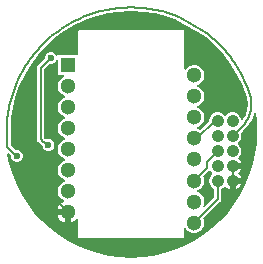
<source format=gbl>
G04*
G04 #@! TF.GenerationSoftware,Altium Limited,Altium Designer,21.2.0 (30)*
G04*
G04 Layer_Physical_Order=2*
G04 Layer_Color=16711680*
%FSLAX25Y25*%
%MOIN*%
G70*
G04*
G04 #@! TF.SameCoordinates,4DC21BA0-2D48-497D-8E21-FAA421B52516*
G04*
G04*
G04 #@! TF.FilePolarity,Positive*
G04*
G01*
G75*
%ADD26C,0.00787*%
%ADD27C,0.05118*%
%ADD28R,0.05118X0.05118*%
%ADD29C,0.04134*%
%ADD30C,0.02362*%
G36*
X722Y40209D02*
X729Y40202D01*
X729Y40202D01*
X729Y40202D01*
X3944Y40044D01*
X7850Y39465D01*
X11680Y38505D01*
X14753Y37406D01*
X14753Y37406D01*
X14753Y37406D01*
X14759Y37408D01*
X15195Y37208D01*
X15268Y37174D01*
X15305Y37159D01*
X15309Y37157D01*
X15624Y37029D01*
X15624Y37029D01*
X24037Y32228D01*
X24042Y32205D01*
Y32205D01*
X25527Y31104D01*
X28453Y28453D01*
X31104Y25527D01*
X33457Y22355D01*
X35487Y18968D01*
X37175Y15398D01*
X37375Y14840D01*
X38505Y11680D01*
X38807Y10476D01*
X38895Y10124D01*
X38877Y10100D01*
X38923Y9990D01*
X38940Y9521D01*
Y9044D01*
X38951Y8991D01*
X38787Y7327D01*
X38286Y5677D01*
X37473Y4155D01*
X37192Y3813D01*
X36918Y3911D01*
X36715Y4019D01*
X36530Y4709D01*
X36152Y5363D01*
X35619Y5897D01*
X34965Y6274D01*
X34236Y6469D01*
X33481D01*
X32752Y6274D01*
X32098Y5897D01*
X31669Y5468D01*
X31358Y5404D01*
X31047Y5468D01*
X30619Y5897D01*
X29965Y6274D01*
X29236Y6469D01*
X28481D01*
X27752Y6274D01*
X27098Y5897D01*
X26564Y5363D01*
X26187Y4709D01*
X25991Y3980D01*
Y3362D01*
X23091Y462D01*
X22364Y882D01*
X21934Y997D01*
Y1515D01*
X22364Y1630D01*
X23129Y2072D01*
X23755Y2697D01*
X24197Y3463D01*
X24426Y4318D01*
Y5202D01*
X24197Y6056D01*
X23755Y6822D01*
X23129Y7448D01*
X22364Y7890D01*
X21934Y8005D01*
Y8523D01*
X22364Y8638D01*
X23129Y9080D01*
X23755Y9705D01*
X24197Y10471D01*
X24426Y11326D01*
Y12210D01*
X24197Y13064D01*
X23755Y13830D01*
X23129Y14456D01*
X22364Y14898D01*
X21934Y15013D01*
Y15530D01*
X22364Y15645D01*
X23129Y16088D01*
X23755Y16713D01*
X24197Y17479D01*
X24426Y18333D01*
Y19218D01*
X24197Y20072D01*
X23755Y20838D01*
X23129Y21463D01*
X22364Y21906D01*
X21509Y22135D01*
X20625D01*
X19770Y21906D01*
X19004Y21463D01*
X18379Y20838D01*
X18249Y20612D01*
X17749Y20746D01*
Y33224D01*
X17687Y33536D01*
X17510Y33801D01*
X17245Y33978D01*
X16933Y34040D01*
X-16925D01*
X-17237Y33978D01*
X-17502Y33801D01*
X-17679Y33536D01*
X-17741Y33224D01*
Y25639D01*
X-24418D01*
Y25408D01*
X-24918Y25308D01*
X-25092Y25728D01*
X-25649Y26286D01*
X-26378Y26587D01*
X-27166D01*
X-27894Y26286D01*
X-28451Y25728D01*
X-28753Y25000D01*
Y24346D01*
X-30938Y22161D01*
X-31202Y21766D01*
X-31295Y21300D01*
Y-2467D01*
X-31202Y-2933D01*
X-30938Y-3328D01*
X-30038Y-4227D01*
X-29687Y-4462D01*
X-29496Y-4654D01*
Y-4881D01*
X-29194Y-5610D01*
X-28637Y-6167D01*
X-27909Y-6468D01*
X-27121D01*
X-26392Y-6167D01*
X-25835Y-5610D01*
X-25534Y-4881D01*
Y-4093D01*
X-25835Y-3365D01*
X-26392Y-2808D01*
X-27121Y-2506D01*
X-27909D01*
X-28115Y-2592D01*
X-28201Y-2506D01*
X-28552Y-2271D01*
X-28860Y-1963D01*
Y20796D01*
X-27031Y22625D01*
X-26378D01*
X-25649Y22927D01*
X-25092Y23484D01*
X-24918Y23904D01*
X-24418Y23805D01*
Y18921D01*
X-22352D01*
X-22286Y18420D01*
X-22356Y18402D01*
X-23122Y17960D01*
X-23747Y17334D01*
X-24189Y16568D01*
X-24418Y15714D01*
Y14829D01*
X-24189Y13975D01*
X-23747Y13209D01*
X-23122Y12584D01*
X-22356Y12141D01*
X-21926Y12026D01*
Y11509D01*
X-22356Y11394D01*
X-23122Y10952D01*
X-23747Y10326D01*
X-24189Y9560D01*
X-24418Y8706D01*
Y7822D01*
X-24189Y6967D01*
X-23747Y6201D01*
X-23122Y5576D01*
X-22356Y5134D01*
X-21926Y5019D01*
Y4501D01*
X-22356Y4386D01*
X-23122Y3944D01*
X-23747Y3318D01*
X-24189Y2552D01*
X-24418Y1698D01*
Y814D01*
X-24189Y-41D01*
X-23747Y-807D01*
X-23122Y-1432D01*
X-22356Y-1874D01*
X-21926Y-1989D01*
Y-2507D01*
X-22356Y-2622D01*
X-23122Y-3064D01*
X-23747Y-3689D01*
X-24189Y-4455D01*
X-24418Y-5310D01*
Y-6194D01*
X-24189Y-7049D01*
X-23747Y-7814D01*
X-23122Y-8440D01*
X-22356Y-8882D01*
X-21926Y-8997D01*
Y-9515D01*
X-22356Y-9630D01*
X-23122Y-10072D01*
X-23747Y-10697D01*
X-24189Y-11463D01*
X-24418Y-12318D01*
Y-13202D01*
X-24189Y-14056D01*
X-23747Y-14822D01*
X-23122Y-15448D01*
X-22356Y-15890D01*
X-21926Y-16005D01*
Y-16523D01*
X-22356Y-16638D01*
X-23122Y-17080D01*
X-23747Y-17705D01*
X-24189Y-18471D01*
X-24418Y-19326D01*
Y-20210D01*
X-24189Y-21064D01*
X-23747Y-21830D01*
X-23122Y-22456D01*
X-22356Y-22898D01*
X-22313Y-22909D01*
Y-23427D01*
X-22433Y-23459D01*
X-23244Y-23928D01*
X-23907Y-24590D01*
X-24376Y-25402D01*
X-24476Y-25776D01*
X-21059D01*
Y-26776D01*
X-20059D01*
Y-30192D01*
X-19685Y-30092D01*
X-18874Y-29623D01*
X-18241Y-28991D01*
X-18107Y-29002D01*
X-17741Y-29146D01*
Y-34728D01*
X-17679Y-35041D01*
X-17502Y-35305D01*
X-17237Y-35482D01*
X-16925Y-35544D01*
X16933D01*
X17245Y-35482D01*
X17510Y-35305D01*
X17687Y-35041D01*
X17749Y-34728D01*
Y-32250D01*
X18249Y-32116D01*
X18379Y-32342D01*
X19004Y-32967D01*
X19770Y-33410D01*
X20625Y-33639D01*
X21509D01*
X22364Y-33410D01*
X23129Y-32967D01*
X23755Y-32342D01*
X24197Y-31576D01*
X24426Y-30722D01*
Y-29837D01*
X24197Y-28983D01*
X24156Y-28912D01*
X29719Y-23349D01*
X29983Y-22954D01*
X30075Y-22488D01*
Y-19005D01*
X30619Y-18692D01*
X30901Y-18409D01*
X31352Y-18294D01*
X31555Y-18431D01*
X31975Y-18852D01*
X32675Y-19256D01*
X32858Y-19305D01*
Y-16398D01*
X33858D01*
Y-15398D01*
X36765D01*
X36716Y-15214D01*
X36312Y-14514D01*
X36031Y-14233D01*
X35776Y-13898D01*
X36031Y-13562D01*
X36312Y-13281D01*
X36716Y-12581D01*
X36765Y-12398D01*
X33858D01*
Y-10398D01*
X36765D01*
X36716Y-10214D01*
X36312Y-9515D01*
X35892Y-9094D01*
X35755Y-8892D01*
X35870Y-8440D01*
X36152Y-8158D01*
X36530Y-7504D01*
X36725Y-6775D01*
Y-6020D01*
X36530Y-5291D01*
X36152Y-4637D01*
X35724Y-4208D01*
X35660Y-3898D01*
X35724Y-3587D01*
X36152Y-3158D01*
X36530Y-2504D01*
X36725Y-1775D01*
Y-1020D01*
X36563Y-414D01*
X36981Y4D01*
X37054Y2D01*
X37054Y2D01*
X37078Y12D01*
X37237Y224D01*
X37237Y224D01*
X37237Y224D01*
X37449Y382D01*
X37459Y406D01*
X37459Y406D01*
X37457Y480D01*
X38089Y1112D01*
X38097Y1104D01*
X39241Y2444D01*
X40162Y3946D01*
X40836Y5574D01*
X40994Y6232D01*
X41502Y6206D01*
X41837Y3660D01*
X41997Y0D01*
X41837Y-3660D01*
X41359Y-7293D01*
X40566Y-10870D01*
X39464Y-14364D01*
X38062Y-17749D01*
X36371Y-20999D01*
X34402Y-24089D01*
X32172Y-26995D01*
X29696Y-29696D01*
X26995Y-32172D01*
X24089Y-34402D01*
X20999Y-36371D01*
X17749Y-38062D01*
X14364Y-39464D01*
X10870Y-40566D01*
X7293Y-41359D01*
X3660Y-41837D01*
X0Y-41997D01*
X-3660Y-41837D01*
X-7293Y-41359D01*
X-10870Y-40566D01*
X-14364Y-39464D01*
X-17749Y-38062D01*
X-20999Y-36371D01*
X-24089Y-34402D01*
X-26995Y-32172D01*
X-29696Y-29696D01*
X-32172Y-26995D01*
X-34402Y-24089D01*
X-36371Y-20999D01*
X-38062Y-17749D01*
X-39464Y-14364D01*
X-40566Y-10870D01*
X-41359Y-7293D01*
X-41363Y-7266D01*
X-40913Y-7047D01*
X-40057Y-7923D01*
X-40051Y-7927D01*
X-40047Y-7933D01*
X-40030Y-7950D01*
Y-8584D01*
X-39728Y-9313D01*
X-39171Y-9870D01*
X-38443Y-10171D01*
X-37655D01*
X-36927Y-9870D01*
X-36369Y-9313D01*
X-36068Y-8584D01*
Y-7796D01*
X-36369Y-7068D01*
X-36927Y-6511D01*
X-37655Y-6209D01*
X-38328D01*
X-39969Y-4530D01*
Y3928D01*
X-39926Y4423D01*
X-39906Y4470D01*
X-39893Y4966D01*
X-39465Y7850D01*
X-38505Y11680D01*
X-37175Y15398D01*
X-35487Y18968D01*
X-33457Y22355D01*
X-31104Y25527D01*
X-29586Y27202D01*
X-29534Y27204D01*
X-29528Y27218D01*
X-29218Y27609D01*
X-27287Y29540D01*
X-27253Y29539D01*
X-27253Y29539D01*
Y29539D01*
X-25527Y31104D01*
X-22355Y33457D01*
X-18968Y35487D01*
X-15398Y37175D01*
X-11680Y38505D01*
X-10142Y38891D01*
X-7850Y39465D01*
X-3944Y40044D01*
X-720Y40203D01*
X-720Y40203D01*
Y40203D01*
X-713Y40209D01*
X722Y40209D01*
D02*
G37*
G36*
X26564Y-13158D02*
X26993Y-13587D01*
X27056Y-13898D01*
X26993Y-14209D01*
X26564Y-14637D01*
X26187Y-15291D01*
X25991Y-16020D01*
Y-16775D01*
X26187Y-17504D01*
X26564Y-18158D01*
X27098Y-18692D01*
X27641Y-19005D01*
Y-21984D01*
X24388Y-25237D01*
X23988Y-24930D01*
X24197Y-24568D01*
X24426Y-23714D01*
Y-22829D01*
X24197Y-21975D01*
X23755Y-21209D01*
X23129Y-20584D01*
X22364Y-20142D01*
X21934Y-20027D01*
Y-19509D01*
X22364Y-19394D01*
X23129Y-18952D01*
X23755Y-18326D01*
X24197Y-17560D01*
X24426Y-16706D01*
Y-15822D01*
X24197Y-14967D01*
X24156Y-14896D01*
X25953Y-13099D01*
X26521Y-13083D01*
X26564Y-13158D01*
D02*
G37*
%LPC*%
G36*
X36765Y-17398D02*
X34858D01*
Y-19305D01*
X35042Y-19256D01*
X35741Y-18852D01*
X36312Y-18281D01*
X36716Y-17581D01*
X36765Y-17398D01*
D02*
G37*
G36*
X-22059Y-27776D02*
X-24476D01*
X-24376Y-28149D01*
X-23907Y-28961D01*
X-23244Y-29623D01*
X-22433Y-30092D01*
X-22059Y-30192D01*
Y-27776D01*
D02*
G37*
%LPD*%
D26*
X15977Y38229D02*
X15775Y38281D01*
X15202Y38543D02*
X14279Y38895D01*
X13348Y39224D01*
X12409Y39531D01*
X11464Y39816D01*
X10511Y40077D01*
X9553Y40317D01*
X8590Y40533D01*
X7621Y40726D01*
X6648Y40896D01*
X5672Y41043D01*
X4692Y41167D01*
X3709Y41267D01*
X2725Y41343D01*
X1739Y41397D01*
X752Y41426D01*
X40157Y10107D02*
X40134Y10295D01*
X37229Y1973D02*
X37888Y2700D01*
X38472Y3488D01*
X38977Y4330D01*
X39396Y5217D01*
X39727Y6141D01*
X39965Y7093D01*
X40109Y8063D01*
X40157Y9044D01*
X36539Y1283D02*
X36512Y1254D01*
X36206Y949D02*
X36178Y922D01*
X36206Y949D02*
X36512Y1254D01*
X-741Y41426D02*
X-1724Y41397D01*
X-2705Y41345D01*
X-3685Y41269D01*
X-4663Y41170D01*
X-5638Y41048D01*
X-6610Y40903D01*
X-7578Y40734D01*
X-8542Y40543D01*
X-9501Y40329D01*
X-10455Y40092D01*
X-10455D02*
X-11434Y39824D01*
X-12406Y39532D01*
X-13371Y39216D01*
X-14328Y38877D01*
X-15276Y38514D01*
X-16216Y38128D01*
X-17145Y37719D01*
X-18064Y37288D01*
X-18972Y36834D01*
X-19869Y36358D01*
X-20754Y35861D01*
X-21626Y35341D01*
X-22486Y34801D01*
X-23332Y34240D01*
X-24163Y33658D01*
X-24981Y33055D01*
X-25783Y32433D01*
X-26570Y31792D01*
X-27341Y31131D01*
X-28096Y30452D01*
X-30444Y28104D02*
X-30460Y28087D01*
X-41182Y4556D02*
X-41186Y4477D01*
X-38753Y14661D02*
X-39109Y13681D01*
X-39441Y12694D01*
X-39748Y11698D01*
X-40029Y10695D01*
X-40285Y9685D01*
X-40516Y8669D01*
X-40721Y7647D01*
X-40901Y6620D01*
X-41054Y5590D01*
X-41182Y4556D01*
X-30460Y28087D02*
X-31124Y27349D01*
X-31770Y26596D01*
X-32398Y25828D01*
X-33007Y25045D01*
X-33597Y24247D01*
X-34168Y23435D01*
X-34720Y22610D01*
X-35252Y21772D01*
X-35763Y20922D01*
X-36254Y20059D01*
X-36724Y19185D01*
X-37172Y18300D01*
X-37600Y17405D01*
X-38006Y16499D01*
X-38390Y15585D01*
X-38753Y14661D01*
X38509Y15290D02*
X38131Y16209D01*
X37731Y17119D01*
X37310Y18019D01*
X36867Y18908D01*
X36403Y19787D01*
X35918Y20654D01*
X35413Y21509D01*
X34887Y22352D01*
X34341Y23182D01*
X33775Y23999D01*
X33190Y24802D01*
X32585Y25591D01*
X31962Y26365D01*
X31321Y27124D01*
X30662Y27867D01*
X29985Y28594D01*
X29290Y29305D01*
X28579Y29999D01*
X27852Y30675D01*
X27108Y31334D01*
X26349Y31975D01*
X25575Y32598D01*
X24786Y33202D01*
X40134Y10295D02*
X39860Y11310D01*
X39560Y12318D01*
X39235Y13317D01*
X38884Y14308D01*
X38509Y15290D01*
X-39186Y-7073D02*
X-38069Y-8190D01*
X-41186Y-5026D02*
X-39186Y-7073D01*
X-41186Y-5026D02*
Y4477D01*
X-29061Y-3367D02*
X-27941Y-4487D01*
X-27515D01*
X-29178Y-3367D02*
X-29061D01*
X-30077Y-2467D02*
X-29178Y-3367D01*
X-30077Y-2467D02*
Y21300D01*
X-38069Y-8190D02*
X-38049D01*
X-25000Y-22835D02*
X-21059Y-26776D01*
X-25000Y-22835D02*
Y-16437D01*
X-30077Y21300D02*
X-26772Y24606D01*
X-741Y41426D02*
X752Y41426D01*
X15202Y38543D02*
X15775Y38281D01*
X15977Y38229D02*
X24786Y33202D01*
X40157Y9044D02*
Y10107D01*
X36539Y1283D02*
X37229Y1973D01*
X36539Y1283D02*
X36539Y1283D01*
X33858Y-1398D02*
X36178Y922D01*
X-30444Y28104D02*
X-28096Y30452D01*
X-30444Y28104D02*
X-30444Y28104D01*
X-41186Y4477D02*
Y4477D01*
X21067Y-16264D02*
X25197Y-12134D01*
Y-10048D02*
X28847Y-6398D01*
X25197Y-12134D02*
Y-10048D01*
X33858Y-16398D02*
Y-11398D01*
X28858Y-22488D02*
Y-16398D01*
X21067Y-30279D02*
X28858Y-22488D01*
X28847Y-6398D02*
X28858D01*
X22102Y-2248D02*
X27953Y3602D01*
X28858D01*
X21067Y-2248D02*
X22102D01*
D27*
X21067Y-16264D02*
D03*
Y-9256D02*
D03*
Y-23272D02*
D03*
Y18776D02*
D03*
Y11768D02*
D03*
Y4760D02*
D03*
Y-2248D02*
D03*
Y-30279D02*
D03*
X-21059Y-26776D02*
D03*
Y-19768D02*
D03*
Y-12760D02*
D03*
Y-5752D02*
D03*
Y1256D02*
D03*
Y8264D02*
D03*
Y15272D02*
D03*
D28*
Y22279D02*
D03*
D29*
X28858Y-16398D02*
D03*
Y-11398D02*
D03*
Y-6398D02*
D03*
Y-1398D02*
D03*
Y3602D02*
D03*
X33858Y-16398D02*
D03*
Y-11398D02*
D03*
Y-6398D02*
D03*
Y-1398D02*
D03*
Y3602D02*
D03*
D30*
X-27515Y-4487D02*
D03*
X25720Y7292D02*
D03*
X-38049Y-8190D02*
D03*
X-38458Y-3516D02*
D03*
X-25000Y-16437D02*
D03*
X-26772Y24606D02*
D03*
M02*

</source>
